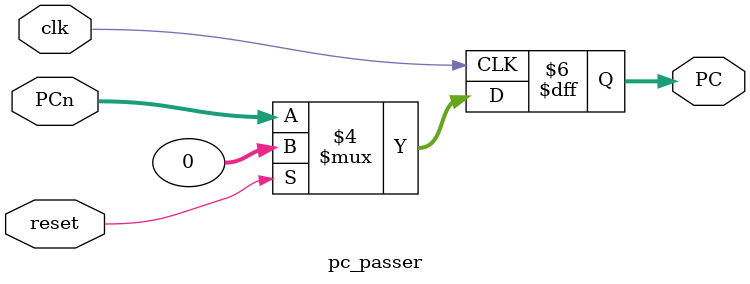
<source format=v>
`default_nettype none
module processor( input         clk, reset,
                  output [31:0] PC,
                  input  [31:0] instruction,
                  output        WE,
                  output [31:0] address_to_mem,
                  output [31:0] data_to_mem,
                  input  [31:0] data_from_mem
                );
                
	//define wires
	wire branchJalr_w, branchJal_w, branchBeq_w, regWrite_w, memToReg_w, memWrite_w, aluSrc_w, auiControl_w;
	wire[2:0] immControl_w;
	wire[3:0] aluControl_w;
	wire[31:0] immOp_w;
	wire[31:0] srcA_w, srcB_w;
	wire[31:0] rs2_w;
	wire zero_w;
	wire[31:0] aluOut_w;
	wire[31:0] wd3_w;
	wire[31:0] pc_plus_4_w, pc_plus_imm_w;
	wire[31:0] branchmux_to_datamux_w;
	wire[31:0] PCn_w, PC_w;
	wire[31:0] auimuxout_w;
	
	control_unit CONTROL_UNIT(instruction, branchJalr_w, branchJal_w, branchBeq_w, regWrite_w, memToReg_w, 					  memWrite_w, aluSrc_w, auiControl_w,aluControl_w, immControl_w);
	
	imm_decoder IMM_DECODER( instruction[31:7], immControl_w, immOp_w);
	
	mux2_1 ALU_MUX(rs2_w, immOp_w, aluSrc_w, srcB_w);
	
	ALU ALU_3000(srcA_w, srcB_w, aluControl_w, zero_w, aluOut_w);
	
	GPR_set GPR_SET(instruction[19:15], instruction[24:20], instruction[11:7], wd3_w, regWrite_w, srcA_w, rs2_w, clk);
	
	assign address_to_mem = auimuxout_w;
	assign data_to_mem = rs2_w;
	assign WE = memWrite_w;
	
	
	mux2_1 BRANCH_WRITE_MUX(auimuxout_w, pc_plus_4_w, branchJalr_w | branchJal_w, branchmux_to_datamux_w);
	mux2_1 DATA_MUX(branchmux_to_datamux_w, data_from_mem, memToReg_w, wd3_w);
	mux2_1 AUIPC_MUX(aluOut_w, pc_plus_imm_w, auiControl_w, auimuxout_w);
	
	mux3_1 PC_MUX(pc_plus_4_w, aluOut_w, pc_plus_imm_w, (branchBeq_w & zero_w) | branchJal_w, branchJalr_w, PCn_w);
	pc_passer PC_PASSER(PCn_w, clk, reset, PC_w);
	assign PC = PC_w;
	
	adder_4 PC_4_ADDER(PC_w, pc_plus_4_w);
	adder_32 PC_IMM_ADDER(immOp_w, PC_w, pc_plus_imm_w);
    	
    	
    
endmodule

`default_nettype wire

module mux2_1(input[31:0] d0, d1,input s, output[31:0] y);
  assign y = s ? d1 : d0;
endmodule


module mux3_1(input[31:0] d0, d1, d2, input s1, s0, output[31:0] y);
	wire[31:0] w0;
	mux2_1 A(d0, d2, s1, w0);
	mux2_1 B(w0, d1, s0, y);
endmodule 

module GPR_set(input[4:0] a1, a2, a3, input[31:0] wd3, input we3, output reg[31:0] rd1, rd2, input clk);
	reg [31:0] regs[31:0];
	
	always@(*) begin	
		regs[0] = 0; 	
		rd1 = regs[a1];
		rd2 = regs[a2];
	end
	
	always@(posedge clk) begin
		if(we3) regs[a3]=wd3;	
	end
endmodule


module adder_32(input[31:0] a1, a2, output [31:0] y);
	assign y = a1 + a2;
endmodule

module adder_4(input[31:0] a1, output [31:0] y);
	assign y = a1 + 4;
endmodule

// 0000 (+), 0001 (-), 0010 (<), 0011 (&), 0100 (BYTE+), 0101 (FILL_TO_32), 0110 (sll), 0111 (srl), 1000 (sra) 
module ALU(input signed [31:0] srcA, srcB, input[3:0] ALUControl, output reg zero, output reg[31:0] ALUOut);
	always@(*) begin
		case(ALUControl)
			4'b0000:  ALUOut = srcA + srcB;
			4'b0001:  ALUOut = srcA - srcB;
			4'b0010:  ALUOut = (srcA < srcB) ? 1 : 0 ;
			4'b0011:  ALUOut = srcA & srcB;
			4'b0100:  ALUOut = { srcA[31:24] + srcB[31:24], srcA[23:16] + srcB[23:16], srcA[15:8] + srcB[15:8], srcA[7:0] + srcB[7:0]};
			
			4'b0101:  ALUOut = { srcB[31:12], 12'b0};
			4'b0110:  ALUOut = srcA << srcB;
			4'b0111:  ALUOut = ( $unsigned(srcA) >> (srcB) );
			4'b1000:  ALUOut = ( $signed(srcA) >> (srcB) );
			
		default:
			ALUOut = 32'b11111111111111111111111111111111;
		endcase
		if(ALUOut == 0) zero = 1;
		else zero = 0;
	end
endmodule

// 000 (addi, lw, jalr), 001 (sw), 010 (beq), 011(lui, auipc), 100(jal)   
module imm_decoder(input[31:7] imm, input[2:0] immControl, output reg[31:0] immOp);
	always@(*) begin
		case(immControl)
			3'b000: immOp = { {20{imm[31]}}, imm[31:20] };
			3'b001: immOp = { {20{imm[31]}}, imm[31:25], imm[11:7] };
			3'b010: immOp = { {19{imm[31]}}, imm[31], imm[7], imm[30:25], imm[11:8], 1'b0 };
			3'b011: immOp = { imm[31:12], 12'b0 };
			3'b100: immOp = { {11{imm[31]}}, imm[31], imm[19:12], imm[20], imm[30:21], 1'b0 };
		default:
			immOp = 32'b0;
		endcase
	end
endmodule

module control_unit(input[31:0] instr, output reg branchJalr, branchJal, branchBeq, regWrite, memToReg, memWrite, aluSrc, auiControl_w 						,output reg[3:0] aluControl, output reg[2:0] immControl);
	always@(*)begin
		//check opcode
		case(instr[6:0])
			//R - type (add, and, sub, slt, sll, srl, sra)	
			7'b0110011: begin
				case(instr[14:12])
					//add, sub
					3'b000: begin
						case(instr[31:25])
							//add
							7'b0000000: begin
								immControl = 3'b000;
								aluSrc = 0;
								aluControl = 4'b0000;
								memWrite = 0;
								memToReg = 0;
								regWrite = 1;
								branchBeq = 0;
								branchJal = 0;
								branchJalr = 0;
								auiControl_w = 0;
							end
							//sub
							7'b0100000: begin
								immControl = 3'b000;
								aluSrc = 0;
								aluControl = 4'b0001;
								memWrite = 0;
								memToReg = 0;
								regWrite = 1;
								branchBeq = 0;
								branchJal = 0;
								branchJalr = 0;
								auiControl_w = 0;
							end
						default: immControl = 3'b111;
						endcase
					end
					//and
					3'b111: begin
						immControl = 3'b000;
						aluSrc = 0;
						aluControl = 4'b0011;
						memWrite = 0;
						memToReg = 0;
						regWrite = 1;
						branchBeq = 0;
						branchJal = 0;
						branchJalr = 0;
						auiControl_w = 0;
					end
					//slt
					3'b010: begin
						immControl = 3'b000;
						aluSrc = 0;
						aluControl = 4'b0010;
						memWrite = 0;
						memToReg = 0;
						regWrite = 1;
						branchBeq = 0;
						branchJal = 0;
						branchJalr = 0;
						auiControl_w = 0;
					end
					//sll
					3'b001: begin
						immControl = 3'b000;
						aluSrc = 0;
						aluControl = 4'b0110;
						memWrite = 0;
						memToReg = 0;
						regWrite = 1;
						branchBeq = 0;
						branchJal = 0;
						branchJalr = 0;
						auiControl_w = 0;
					end
					//srl, sra
					3'b101: begin
						case(instr[31:25])
							//srl
							7'b0000000: begin
								immControl = 3'b000;
								aluSrc = 0;
								aluControl = 4'b0111;
								memWrite = 0;
								memToReg = 0;
								regWrite = 1;
								branchBeq = 0;
								branchJal = 0;
								branchJalr = 0;
								auiControl_w = 0;
							end
							//sra
							7'b0100000: begin
								immControl = 3'b000;
								aluSrc = 0;
								aluControl = 4'b1000;
								memWrite = 0;
								memToReg = 0;
								regWrite = 1;
								branchBeq = 0;
								branchJal = 0;
								branchJalr = 0;
								auiControl_w = 0;
							end
						default: immControl = 3'b111;
						endcase
					end
				default: immControl = 3'b111;
				endcase
			end
			//I - type (addi)
			7'b0010011: begin
				immControl = 3'b000;
				aluSrc = 1;
				aluControl = 4'b0000;
				memWrite = 0;
				memToReg = 0;
				regWrite = 1;
				branchBeq = 0;
				branchJal = 0;
				branchJalr = 0;
				auiControl_w = 0;
			end
			//I - type (lw)
			7'b0000011: begin
				immControl = 3'b000;
				aluSrc = 1;
				aluControl = 4'b0000;
				memWrite = 0;
				memToReg = 1;
				regWrite = 1;
				branchBeq = 0;
				branchJal = 0;
				branchJalr = 0;
				auiControl_w = 0;
			end
			//I - type (jalr)
			7'b1100111: begin
				immControl = 3'b000;
				aluSrc = 1;
				aluControl = 4'b0000;
				memWrite = 0;
				memToReg = 0;
				regWrite = 1;
				branchBeq = 0;
				branchJal = 0;
				branchJalr = 1;
				auiControl_w = 0;
			end
			//B - type (beq)
			7'b1100011: begin
				immControl = 3'b010;
				aluSrc = 0;
				aluControl = 4'b0001;
				memWrite = 0;
				memToReg = 0;
				regWrite = 0;
				branchBeq = 1;
				branchJal = 0;
				branchJalr = 0;
				auiControl_w = 0;
			end
			//S - type (sw)
			7'b0100011: begin
				immControl = 3'b001;
				aluSrc = 1;
				aluControl = 4'b0000;
				memWrite = 1;
				memToReg = 1;
				regWrite = 0;
				branchBeq = 0;
				branchJal = 0;
				branchJalr = 0;
				auiControl_w = 0;
			end
			//U - type (lui)
			7'b0110111: begin
				immControl = 3'b011;
				aluSrc = 1;
				aluControl = 4'b0101;
				memWrite = 0;
				memToReg = 0;
				regWrite = 1;
				branchBeq = 0;
				branchJal = 0;
				branchJalr = 0;
				auiControl_w = 0;	
			end
			//J - type (jal)
			7'b1101111: begin
				immControl = 3'b100;
				aluSrc = 0;
				aluControl = 4'b0000;
				memWrite = 0;
				memToReg = 0;
				regWrite = 1;
				branchBeq = 0;
				branchJal = 1;
				branchJalr = 0;
				auiControl_w = 0;
			end
			//qb - type (addu.qb)
			7'b0001011: begin
				immControl = 3'b000;
				aluSrc = 0;
				aluControl = 4'b0100;
				memWrite = 0;
				memToReg = 0;
				regWrite = 1;
				branchBeq = 0;
				branchJal = 0;
				branchJalr = 0;
				auiControl_w = 0;
			end
			//auipc - type (auipc)
			7'b0010111: begin
				immControl = 3'b011;
				aluSrc = 1;
				aluControl = 4'b0100;
				memWrite = 0;
				memToReg = 0;
				regWrite = 1;
				branchBeq = 0;
				branchJal = 0;
				branchJalr = 0;
				auiControl_w = 1;
			end
		default: immControl = 3'b111;	
		endcase
	end


endmodule

module pc_passer(input[31:0] PCn, input clk, input reset, output reg[31:0] PC);
	always@(posedge clk) begin
		if(reset == 1) PC = 31'b0;
		else PC = PCn;
	end
endmodule




</source>
